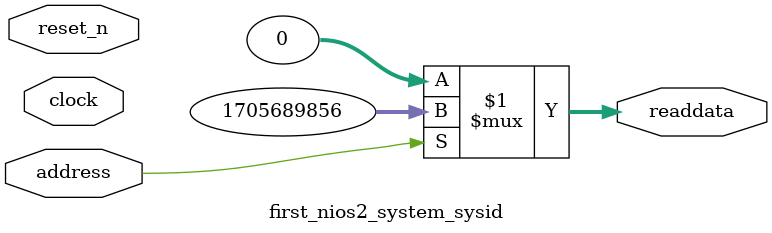
<source format=v>



// synthesis translate_off
`timescale 1ns / 1ps
// synthesis translate_on

// turn off superfluous verilog processor warnings 
// altera message_level Level1 
// altera message_off 10034 10035 10036 10037 10230 10240 10030 

module first_nios2_system_sysid (
               // inputs:
                address,
                clock,
                reset_n,

               // outputs:
                readdata
             )
;

  output  [ 31: 0] readdata;
  input            address;
  input            clock;
  input            reset_n;

  wire    [ 31: 0] readdata;
  //control_slave, which is an e_avalon_slave
  assign readdata = address ? 1705689856 : 0;

endmodule



</source>
